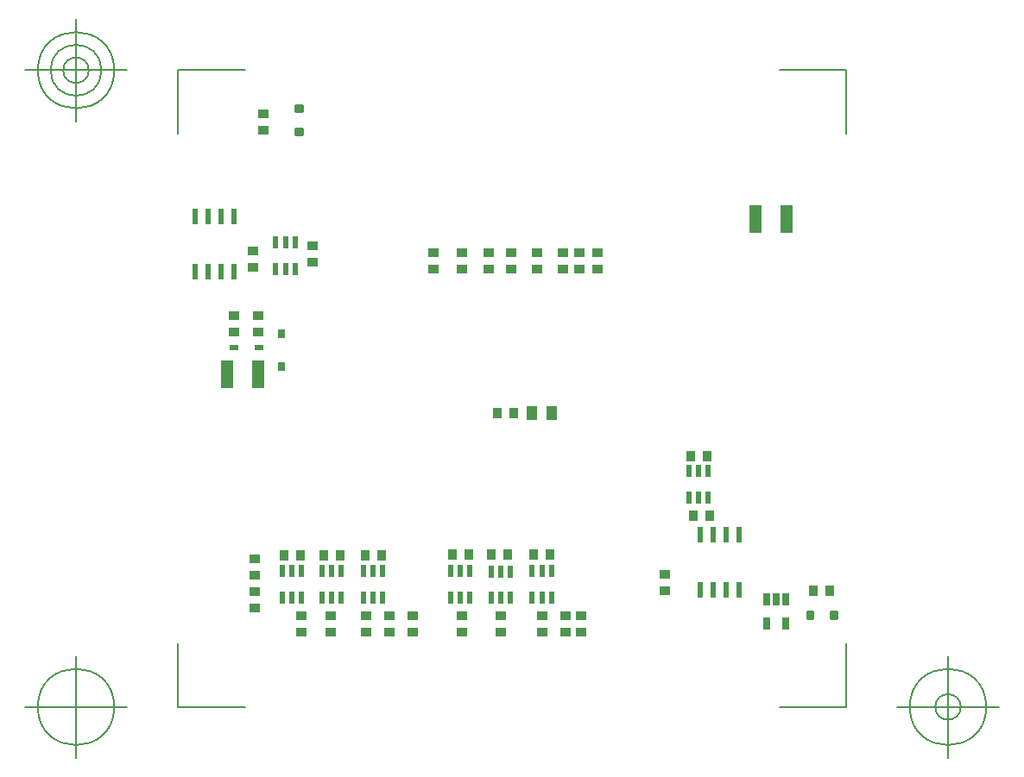
<source format=gbr>
G04 Generated by Ultiboard 14.0 *
%FSLAX34Y34*%
%MOMM*%

%ADD10C,0.0001*%
%ADD11C,0.1270*%
%ADD12R,1.1500X2.7000*%
%ADD13R,0.6000X1.5500*%
%ADD14R,1.0000X0.9500*%
%ADD15R,0.6000X1.1500*%
%ADD16R,0.7600X0.8200*%
%ADD17R,1.0500X1.4000*%
%ADD18R,0.9500X1.0000*%
%ADD19R,0.7000X1.2000*%
%ADD20R,0.4000X0.5000*%
%ADD21C,0.4000*%
%ADD22R,0.5000X0.4000*%
%ADD23R,0.8500X0.5000*%


G04 ColorRGB 006666 for the following layer *
%LNPaste Mask Top*%
%LPD*%
G54D10*
G54D11*
X-2540Y-2540D02*
X-2540Y59968D01*
X-2540Y-2540D02*
X62968Y-2540D01*
X652540Y-2540D02*
X587032Y-2540D01*
X652540Y-2540D02*
X652540Y59968D01*
X652540Y622540D02*
X652540Y560032D01*
X652540Y622540D02*
X587032Y622540D01*
X-2540Y622540D02*
X62968Y622540D01*
X-2540Y622540D02*
X-2540Y560032D01*
X-52540Y-2540D02*
X-152540Y-2540D01*
X-102540Y-52540D02*
X-102540Y47460D01*
X-140040Y-2540D02*
G75*
D01*
G02X-140040Y-2540I37500J0*
G01*
X702540Y-2540D02*
X802540Y-2540D01*
X752540Y-52540D02*
X752540Y47460D01*
X715040Y-2540D02*
G75*
D01*
G02X715040Y-2540I37500J0*
G01*
X740040Y-2540D02*
G75*
D01*
G02X740040Y-2540I12500J0*
G01*
X-52540Y622540D02*
X-152540Y622540D01*
X-102540Y572540D02*
X-102540Y672540D01*
X-140040Y622540D02*
G75*
D01*
G02X-140040Y622540I37500J0*
G01*
X-127540Y622540D02*
G75*
D01*
G02X-127540Y622540I25000J0*
G01*
X-115040Y622540D02*
G75*
D01*
G02X-115040Y622540I12500J0*
G01*
G54D12*
X564120Y476250D03*
X594120Y476250D03*
X45960Y323850D03*
X75960Y323850D03*
G54D13*
X13970Y425120D03*
X26670Y425120D03*
X39370Y425120D03*
X52070Y425120D03*
X13970Y479120D03*
X26670Y479120D03*
X39370Y479120D03*
X52070Y479120D03*
X509270Y112700D03*
X521970Y112700D03*
X534670Y112700D03*
X547370Y112700D03*
X509270Y166700D03*
X521970Y166700D03*
X534670Y166700D03*
X547370Y166700D03*
G54D14*
X275590Y443610D03*
X275590Y427610D03*
X302260Y427610D03*
X302260Y443610D03*
X71120Y444880D03*
X71120Y428880D03*
X391160Y427610D03*
X391160Y443610D03*
X408940Y427610D03*
X408940Y443610D03*
X247650Y427610D03*
X247650Y443610D03*
X204470Y70660D03*
X204470Y86660D03*
X227330Y86660D03*
X227330Y70660D03*
X147320Y86660D03*
X147320Y70660D03*
X118110Y70660D03*
X118110Y86660D03*
X181610Y86660D03*
X181610Y70660D03*
X81280Y579500D03*
X81280Y563500D03*
X354330Y86740D03*
X354330Y70740D03*
X392430Y70740D03*
X392430Y86740D03*
X313690Y70740D03*
X313690Y86740D03*
X275590Y70740D03*
X275590Y86740D03*
X129540Y433960D03*
X129540Y449960D03*
X323850Y427610D03*
X323850Y443610D03*
X349250Y443610D03*
X349250Y427610D03*
X374650Y427610D03*
X374650Y443610D03*
X474980Y111380D03*
X474980Y127380D03*
X377190Y70740D03*
X377190Y86740D03*
X72390Y94870D03*
X72390Y110870D03*
X72390Y126620D03*
X72390Y142620D03*
X76200Y365380D03*
X76200Y381380D03*
X52070Y365380D03*
X52070Y381380D03*
G54D15*
X102870Y427690D03*
X93370Y427690D03*
X112370Y427690D03*
X93370Y453690D03*
X102870Y453690D03*
X112370Y453690D03*
X138584Y105034D03*
X148084Y105034D03*
X157584Y105034D03*
X148084Y131034D03*
X138584Y131034D03*
X157584Y131034D03*
X188784Y104826D03*
X179284Y104826D03*
X198284Y104826D03*
X188784Y130826D03*
X179284Y130826D03*
X198284Y130826D03*
X264463Y104852D03*
X273963Y104852D03*
X283463Y104852D03*
X264463Y130852D03*
X283463Y130852D03*
X273963Y130852D03*
X304480Y104475D03*
X323480Y104475D03*
X313980Y104475D03*
X304480Y130475D03*
X323480Y130475D03*
X313980Y130475D03*
X344830Y105110D03*
X363830Y105110D03*
X354330Y105110D03*
X344830Y131110D03*
X363830Y131110D03*
X354330Y131110D03*
X99522Y104672D03*
X109022Y104672D03*
X118522Y104672D03*
X99522Y130672D03*
X109022Y130672D03*
X118522Y130672D03*
X498500Y202900D03*
X508000Y202900D03*
X517500Y202900D03*
X498500Y228900D03*
X508000Y228900D03*
X517500Y228900D03*
G54D16*
X99060Y331880D03*
X99060Y364080D03*
G54D17*
X344830Y285750D03*
X363830Y285750D03*
G54D18*
X310770Y285750D03*
X326770Y285750D03*
X282320Y147320D03*
X266320Y147320D03*
X304420Y147320D03*
X320420Y147320D03*
X346330Y147320D03*
X362330Y147320D03*
X140590Y146050D03*
X156590Y146050D03*
X117220Y146050D03*
X101220Y146050D03*
X181230Y146050D03*
X197230Y146050D03*
X620650Y111760D03*
X636650Y111760D03*
X518540Y185420D03*
X502540Y185420D03*
X516000Y243840D03*
X500000Y243840D03*
G54D19*
X574700Y79440D03*
X593700Y79440D03*
X574700Y103440D03*
X584200Y103440D03*
X593700Y103440D03*
G54D20*
X617150Y87723D03*
X640150Y87723D03*
G54D21*
X615150Y85223D02*
X619150Y85223D01*
X619150Y90223D01*
X615150Y90223D01*
X615150Y85223D01*D02*
X638150Y85223D02*
X642150Y85223D01*
X642150Y90223D01*
X638150Y90223D01*
X638150Y85223D01*D02*
X113070Y583540D02*
X118070Y583540D01*
X118070Y587540D01*
X113070Y587540D01*
X113070Y583540D01*D02*
X113070Y560540D02*
X118070Y560540D01*
X118070Y564540D01*
X113070Y564540D01*
X113070Y560540D01*D02*
G54D22*
X115570Y585540D03*
X115570Y562540D03*
G54D23*
X52270Y350520D03*
X77270Y350520D03*

M02*

</source>
